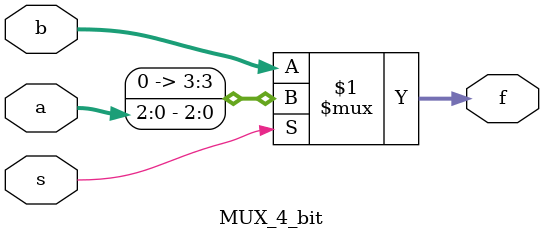
<source format=sv>
module MUX_4_bit#(parameter n = 4)(
     input [n-2:0] a,
     input [n-1:0] b,
     input s, 
     output [n-1:0] f
     );

assign f = s? {1'b0,a}:b;
endmodule

</source>
